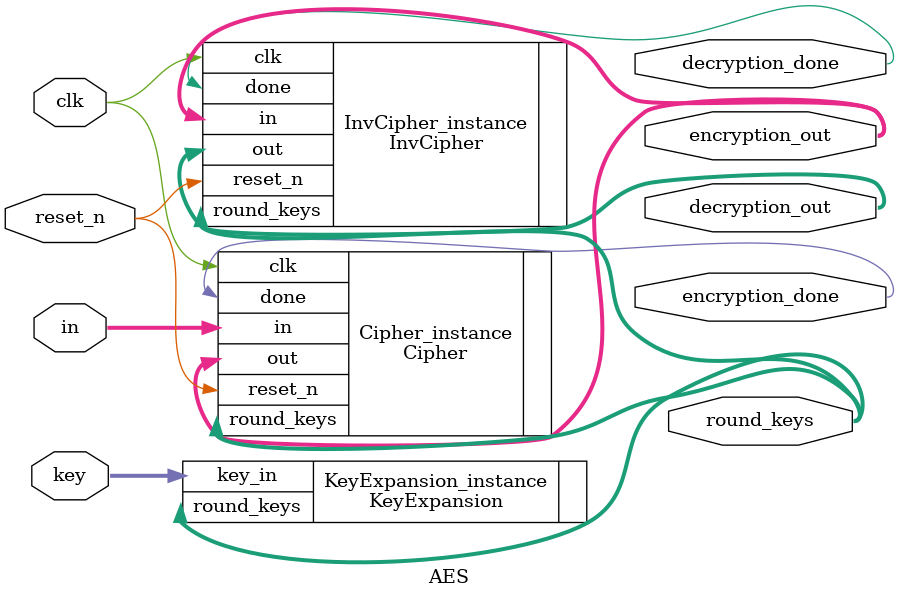
<source format=v>
module AES #(parameter Nk = 4, parameter Nr = 10) (
    clk,
    reset_n,
    in,
    key,
    round_keys,
    encryption_out,
    decryption_out,
    encryption_done,
    decryption_done
);

localparam Nb = 4;
localparam WORD_SIZE = 32;
localparam NUMBER_OF_GENERATED_WORDS = Nb * (Nr + 1);
localparam ROUND_KEYS_SIZE = WORD_SIZE * NUMBER_OF_GENERATED_WORDS;
localparam KEY_SIZE = Nk * WORD_SIZE;
localparam BLOCK_SIZE = 128;

input clk;
input reset_n;
input [BLOCK_SIZE - 1 : 0] in;
input [KEY_SIZE - 1 : 0] key;
output [BLOCK_SIZE - 1 : 0] encryption_out;
output [BLOCK_SIZE - 1 : 0] decryption_out;
output encryption_done, decryption_done;

output wire [ROUND_KEYS_SIZE - 1 : 0] round_keys;

KeyExpansion #(.Nk(Nk), .Nr(Nr)) KeyExpansion_instance(
    .key_in(key),
    .round_keys(round_keys)
);

Cipher #(.Nk(Nk), .Nr(Nr)) Cipher_instance(
    .clk(clk),
    .reset_n(reset_n),
    .in(in),
    .round_keys(round_keys),
    .out(encryption_out),
    .done(encryption_done)
);

InvCipher #(.Nk(Nk), .Nr(Nr)) InvCipher_instance(
    .clk(clk),
    .reset_n(reset_n),
    .in(encryption_out),
    .round_keys(round_keys),
    .out(decryption_out),
    .done(decryption_done)
);

endmodule
</source>
